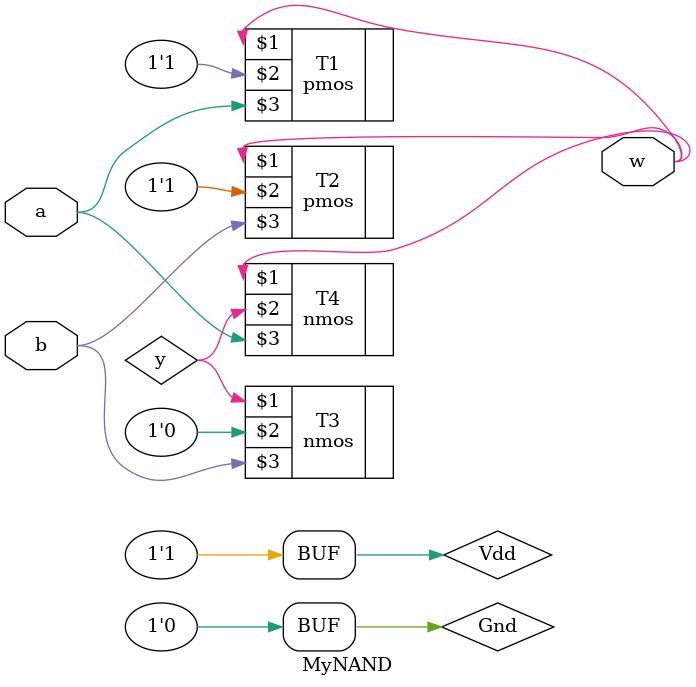
<source format=v>
`timescale 1ns/1ns
module MyNAND (input a,b,output w);
	wire y;
	supply1 Vdd;
	supply0 Gnd;
	pmos #(5,6,7) T1(w,Vdd,a);
	pmos #(5,6,7) T2(w,Vdd,b);
	nmos #(3,4,5) T3(y,Gnd,b);
	nmos #(3,4,5) T4(w,y,a);
endmodule
</source>
